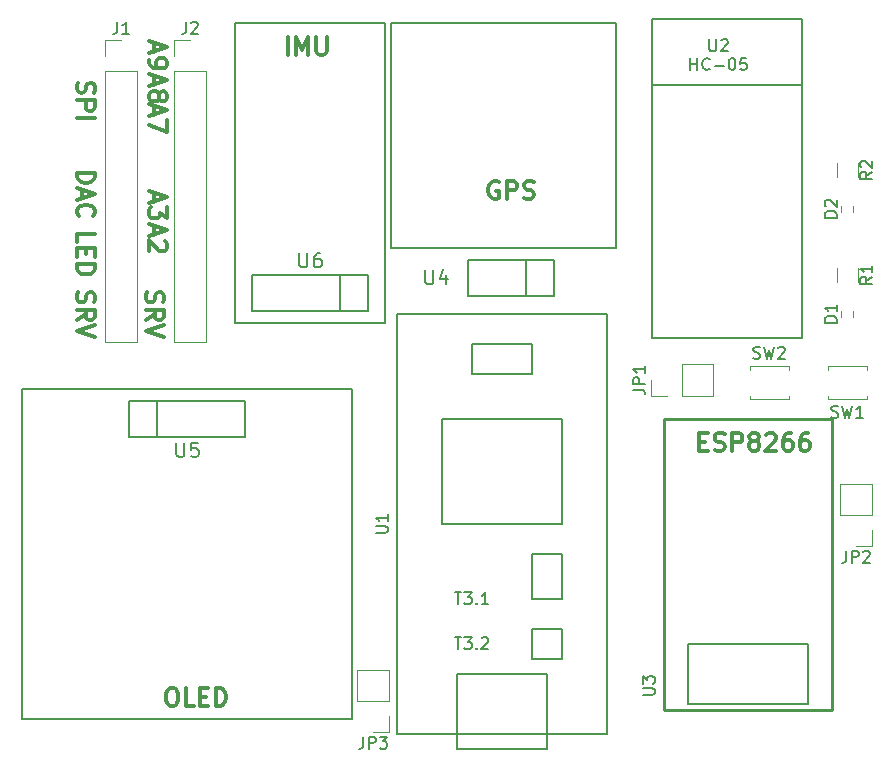
<source format=gbr>
G04 #@! TF.FileFunction,Legend,Top*
%FSLAX46Y46*%
G04 Gerber Fmt 4.6, Leading zero omitted, Abs format (unit mm)*
G04 Created by KiCad (PCBNEW 4.0.7) date 04/18/18 00:39:05*
%MOMM*%
%LPD*%
G01*
G04 APERTURE LIST*
%ADD10C,0.100000*%
%ADD11C,0.300000*%
%ADD12C,0.150000*%
%ADD13C,0.120000*%
%ADD14C,0.254000*%
%ADD15C,0.152400*%
G04 APERTURE END LIST*
D10*
D11*
X117860000Y-77668572D02*
X117860000Y-78382858D01*
X117431429Y-77525715D02*
X118931429Y-78025715D01*
X117431429Y-78525715D01*
X118788571Y-78954286D02*
X118860000Y-79025715D01*
X118931429Y-79168572D01*
X118931429Y-79525715D01*
X118860000Y-79668572D01*
X118788571Y-79740001D01*
X118645714Y-79811429D01*
X118502857Y-79811429D01*
X118288571Y-79740001D01*
X117431429Y-78882858D01*
X117431429Y-79811429D01*
X117860000Y-74874572D02*
X117860000Y-75588858D01*
X117431429Y-74731715D02*
X118931429Y-75231715D01*
X117431429Y-75731715D01*
X118931429Y-76088858D02*
X118931429Y-77017429D01*
X118360000Y-76517429D01*
X118360000Y-76731715D01*
X118288571Y-76874572D01*
X118217143Y-76946001D01*
X118074286Y-77017429D01*
X117717143Y-77017429D01*
X117574286Y-76946001D01*
X117502857Y-76874572D01*
X117431429Y-76731715D01*
X117431429Y-76303143D01*
X117502857Y-76160286D01*
X117574286Y-76088858D01*
X117860000Y-67508572D02*
X117860000Y-68222858D01*
X117431429Y-67365715D02*
X118931429Y-67865715D01*
X117431429Y-68365715D01*
X118931429Y-68722858D02*
X118931429Y-69722858D01*
X117431429Y-69080001D01*
X117860000Y-64968572D02*
X117860000Y-65682858D01*
X117431429Y-64825715D02*
X118931429Y-65325715D01*
X117431429Y-65825715D01*
X118288571Y-66540001D02*
X118360000Y-66397143D01*
X118431429Y-66325715D01*
X118574286Y-66254286D01*
X118645714Y-66254286D01*
X118788571Y-66325715D01*
X118860000Y-66397143D01*
X118931429Y-66540001D01*
X118931429Y-66825715D01*
X118860000Y-66968572D01*
X118788571Y-67040001D01*
X118645714Y-67111429D01*
X118574286Y-67111429D01*
X118431429Y-67040001D01*
X118360000Y-66968572D01*
X118288571Y-66825715D01*
X118288571Y-66540001D01*
X118217143Y-66397143D01*
X118145714Y-66325715D01*
X118002857Y-66254286D01*
X117717143Y-66254286D01*
X117574286Y-66325715D01*
X117502857Y-66397143D01*
X117431429Y-66540001D01*
X117431429Y-66825715D01*
X117502857Y-66968572D01*
X117574286Y-67040001D01*
X117717143Y-67111429D01*
X118002857Y-67111429D01*
X118145714Y-67040001D01*
X118217143Y-66968572D01*
X118288571Y-66825715D01*
X117860000Y-62174572D02*
X117860000Y-62888858D01*
X117431429Y-62031715D02*
X118931429Y-62531715D01*
X117431429Y-63031715D01*
X117431429Y-63603143D02*
X117431429Y-63888858D01*
X117502857Y-64031715D01*
X117574286Y-64103143D01*
X117788571Y-64246001D01*
X118074286Y-64317429D01*
X118645714Y-64317429D01*
X118788571Y-64246001D01*
X118860000Y-64174572D01*
X118931429Y-64031715D01*
X118931429Y-63746001D01*
X118860000Y-63603143D01*
X118788571Y-63531715D01*
X118645714Y-63460286D01*
X118288571Y-63460286D01*
X118145714Y-63531715D01*
X118074286Y-63603143D01*
X118002857Y-63746001D01*
X118002857Y-64031715D01*
X118074286Y-64174572D01*
X118145714Y-64246001D01*
X118288571Y-64317429D01*
X129167143Y-63162571D02*
X129167143Y-61662571D01*
X129881429Y-63162571D02*
X129881429Y-61662571D01*
X130381429Y-62734000D01*
X130881429Y-61662571D01*
X130881429Y-63162571D01*
X131595715Y-61662571D02*
X131595715Y-62876857D01*
X131667143Y-63019714D01*
X131738572Y-63091143D01*
X131881429Y-63162571D01*
X132167143Y-63162571D01*
X132310001Y-63091143D01*
X132381429Y-63019714D01*
X132452858Y-62876857D01*
X132452858Y-61662571D01*
X119233428Y-116780571D02*
X119519142Y-116780571D01*
X119662000Y-116852000D01*
X119804857Y-116994857D01*
X119876285Y-117280571D01*
X119876285Y-117780571D01*
X119804857Y-118066286D01*
X119662000Y-118209143D01*
X119519142Y-118280571D01*
X119233428Y-118280571D01*
X119090571Y-118209143D01*
X118947714Y-118066286D01*
X118876285Y-117780571D01*
X118876285Y-117280571D01*
X118947714Y-116994857D01*
X119090571Y-116852000D01*
X119233428Y-116780571D01*
X121233429Y-118280571D02*
X120519143Y-118280571D01*
X120519143Y-116780571D01*
X121733429Y-117494857D02*
X122233429Y-117494857D01*
X122447715Y-118280571D02*
X121733429Y-118280571D01*
X121733429Y-116780571D01*
X122447715Y-116780571D01*
X123090572Y-118280571D02*
X123090572Y-116780571D01*
X123447715Y-116780571D01*
X123662000Y-116852000D01*
X123804858Y-116994857D01*
X123876286Y-117137714D01*
X123947715Y-117423429D01*
X123947715Y-117637714D01*
X123876286Y-117923429D01*
X123804858Y-118066286D01*
X123662000Y-118209143D01*
X123447715Y-118280571D01*
X123090572Y-118280571D01*
X164013144Y-95904857D02*
X164513144Y-95904857D01*
X164727430Y-96690571D02*
X164013144Y-96690571D01*
X164013144Y-95190571D01*
X164727430Y-95190571D01*
X165298858Y-96619143D02*
X165513144Y-96690571D01*
X165870287Y-96690571D01*
X166013144Y-96619143D01*
X166084573Y-96547714D01*
X166156001Y-96404857D01*
X166156001Y-96262000D01*
X166084573Y-96119143D01*
X166013144Y-96047714D01*
X165870287Y-95976286D01*
X165584573Y-95904857D01*
X165441715Y-95833429D01*
X165370287Y-95762000D01*
X165298858Y-95619143D01*
X165298858Y-95476286D01*
X165370287Y-95333429D01*
X165441715Y-95262000D01*
X165584573Y-95190571D01*
X165941715Y-95190571D01*
X166156001Y-95262000D01*
X166798858Y-96690571D02*
X166798858Y-95190571D01*
X167370286Y-95190571D01*
X167513144Y-95262000D01*
X167584572Y-95333429D01*
X167656001Y-95476286D01*
X167656001Y-95690571D01*
X167584572Y-95833429D01*
X167513144Y-95904857D01*
X167370286Y-95976286D01*
X166798858Y-95976286D01*
X168513144Y-95833429D02*
X168370286Y-95762000D01*
X168298858Y-95690571D01*
X168227429Y-95547714D01*
X168227429Y-95476286D01*
X168298858Y-95333429D01*
X168370286Y-95262000D01*
X168513144Y-95190571D01*
X168798858Y-95190571D01*
X168941715Y-95262000D01*
X169013144Y-95333429D01*
X169084572Y-95476286D01*
X169084572Y-95547714D01*
X169013144Y-95690571D01*
X168941715Y-95762000D01*
X168798858Y-95833429D01*
X168513144Y-95833429D01*
X168370286Y-95904857D01*
X168298858Y-95976286D01*
X168227429Y-96119143D01*
X168227429Y-96404857D01*
X168298858Y-96547714D01*
X168370286Y-96619143D01*
X168513144Y-96690571D01*
X168798858Y-96690571D01*
X168941715Y-96619143D01*
X169013144Y-96547714D01*
X169084572Y-96404857D01*
X169084572Y-96119143D01*
X169013144Y-95976286D01*
X168941715Y-95904857D01*
X168798858Y-95833429D01*
X169656000Y-95333429D02*
X169727429Y-95262000D01*
X169870286Y-95190571D01*
X170227429Y-95190571D01*
X170370286Y-95262000D01*
X170441715Y-95333429D01*
X170513143Y-95476286D01*
X170513143Y-95619143D01*
X170441715Y-95833429D01*
X169584572Y-96690571D01*
X170513143Y-96690571D01*
X171798857Y-95190571D02*
X171513143Y-95190571D01*
X171370286Y-95262000D01*
X171298857Y-95333429D01*
X171156000Y-95547714D01*
X171084571Y-95833429D01*
X171084571Y-96404857D01*
X171156000Y-96547714D01*
X171227428Y-96619143D01*
X171370286Y-96690571D01*
X171656000Y-96690571D01*
X171798857Y-96619143D01*
X171870286Y-96547714D01*
X171941714Y-96404857D01*
X171941714Y-96047714D01*
X171870286Y-95904857D01*
X171798857Y-95833429D01*
X171656000Y-95762000D01*
X171370286Y-95762000D01*
X171227428Y-95833429D01*
X171156000Y-95904857D01*
X171084571Y-96047714D01*
X173227428Y-95190571D02*
X172941714Y-95190571D01*
X172798857Y-95262000D01*
X172727428Y-95333429D01*
X172584571Y-95547714D01*
X172513142Y-95833429D01*
X172513142Y-96404857D01*
X172584571Y-96547714D01*
X172655999Y-96619143D01*
X172798857Y-96690571D01*
X173084571Y-96690571D01*
X173227428Y-96619143D01*
X173298857Y-96547714D01*
X173370285Y-96404857D01*
X173370285Y-96047714D01*
X173298857Y-95904857D01*
X173227428Y-95833429D01*
X173084571Y-95762000D01*
X172798857Y-95762000D01*
X172655999Y-95833429D01*
X172584571Y-95904857D01*
X172513142Y-96047714D01*
X147010572Y-73926000D02*
X146867715Y-73854571D01*
X146653429Y-73854571D01*
X146439144Y-73926000D01*
X146296286Y-74068857D01*
X146224858Y-74211714D01*
X146153429Y-74497429D01*
X146153429Y-74711714D01*
X146224858Y-74997429D01*
X146296286Y-75140286D01*
X146439144Y-75283143D01*
X146653429Y-75354571D01*
X146796286Y-75354571D01*
X147010572Y-75283143D01*
X147082001Y-75211714D01*
X147082001Y-74711714D01*
X146796286Y-74711714D01*
X147724858Y-75354571D02*
X147724858Y-73854571D01*
X148296286Y-73854571D01*
X148439144Y-73926000D01*
X148510572Y-73997429D01*
X148582001Y-74140286D01*
X148582001Y-74354571D01*
X148510572Y-74497429D01*
X148439144Y-74568857D01*
X148296286Y-74640286D01*
X147724858Y-74640286D01*
X149153429Y-75283143D02*
X149367715Y-75354571D01*
X149724858Y-75354571D01*
X149867715Y-75283143D01*
X149939144Y-75211714D01*
X150010572Y-75068857D01*
X150010572Y-74926000D01*
X149939144Y-74783143D01*
X149867715Y-74711714D01*
X149724858Y-74640286D01*
X149439144Y-74568857D01*
X149296286Y-74497429D01*
X149224858Y-74426000D01*
X149153429Y-74283143D01*
X149153429Y-74140286D01*
X149224858Y-73997429D01*
X149296286Y-73926000D01*
X149439144Y-73854571D01*
X149796286Y-73854571D01*
X150010572Y-73926000D01*
X117248857Y-83268572D02*
X117177429Y-83482858D01*
X117177429Y-83840001D01*
X117248857Y-83982858D01*
X117320286Y-84054287D01*
X117463143Y-84125715D01*
X117606000Y-84125715D01*
X117748857Y-84054287D01*
X117820286Y-83982858D01*
X117891714Y-83840001D01*
X117963143Y-83554287D01*
X118034571Y-83411429D01*
X118106000Y-83340001D01*
X118248857Y-83268572D01*
X118391714Y-83268572D01*
X118534571Y-83340001D01*
X118606000Y-83411429D01*
X118677429Y-83554287D01*
X118677429Y-83911429D01*
X118606000Y-84125715D01*
X117177429Y-85625715D02*
X117891714Y-85125715D01*
X117177429Y-84768572D02*
X118677429Y-84768572D01*
X118677429Y-85340000D01*
X118606000Y-85482858D01*
X118534571Y-85554286D01*
X118391714Y-85625715D01*
X118177429Y-85625715D01*
X118034571Y-85554286D01*
X117963143Y-85482858D01*
X117891714Y-85340000D01*
X117891714Y-84768572D01*
X118677429Y-86054286D02*
X117177429Y-86554286D01*
X118677429Y-87054286D01*
X111406857Y-83268572D02*
X111335429Y-83482858D01*
X111335429Y-83840001D01*
X111406857Y-83982858D01*
X111478286Y-84054287D01*
X111621143Y-84125715D01*
X111764000Y-84125715D01*
X111906857Y-84054287D01*
X111978286Y-83982858D01*
X112049714Y-83840001D01*
X112121143Y-83554287D01*
X112192571Y-83411429D01*
X112264000Y-83340001D01*
X112406857Y-83268572D01*
X112549714Y-83268572D01*
X112692571Y-83340001D01*
X112764000Y-83411429D01*
X112835429Y-83554287D01*
X112835429Y-83911429D01*
X112764000Y-84125715D01*
X111335429Y-85625715D02*
X112049714Y-85125715D01*
X111335429Y-84768572D02*
X112835429Y-84768572D01*
X112835429Y-85340000D01*
X112764000Y-85482858D01*
X112692571Y-85554286D01*
X112549714Y-85625715D01*
X112335429Y-85625715D01*
X112192571Y-85554286D01*
X112121143Y-85482858D01*
X112049714Y-85340000D01*
X112049714Y-84768572D01*
X112835429Y-86054286D02*
X111335429Y-86554286D01*
X112835429Y-87054286D01*
X111335429Y-79045715D02*
X111335429Y-78331429D01*
X112835429Y-78331429D01*
X112121143Y-79545715D02*
X112121143Y-80045715D01*
X111335429Y-80260001D02*
X111335429Y-79545715D01*
X112835429Y-79545715D01*
X112835429Y-80260001D01*
X111335429Y-80902858D02*
X112835429Y-80902858D01*
X112835429Y-81260001D01*
X112764000Y-81474286D01*
X112621143Y-81617144D01*
X112478286Y-81688572D01*
X112192571Y-81760001D01*
X111978286Y-81760001D01*
X111692571Y-81688572D01*
X111549714Y-81617144D01*
X111406857Y-81474286D01*
X111335429Y-81260001D01*
X111335429Y-80902858D01*
X111335429Y-73144286D02*
X112835429Y-73144286D01*
X112835429Y-73501429D01*
X112764000Y-73715714D01*
X112621143Y-73858572D01*
X112478286Y-73930000D01*
X112192571Y-74001429D01*
X111978286Y-74001429D01*
X111692571Y-73930000D01*
X111549714Y-73858572D01*
X111406857Y-73715714D01*
X111335429Y-73501429D01*
X111335429Y-73144286D01*
X111764000Y-74572857D02*
X111764000Y-75287143D01*
X111335429Y-74430000D02*
X112835429Y-74930000D01*
X111335429Y-75430000D01*
X111478286Y-76787143D02*
X111406857Y-76715714D01*
X111335429Y-76501428D01*
X111335429Y-76358571D01*
X111406857Y-76144286D01*
X111549714Y-76001428D01*
X111692571Y-75930000D01*
X111978286Y-75858571D01*
X112192571Y-75858571D01*
X112478286Y-75930000D01*
X112621143Y-76001428D01*
X112764000Y-76144286D01*
X112835429Y-76358571D01*
X112835429Y-76501428D01*
X112764000Y-76715714D01*
X112692571Y-76787143D01*
X111406857Y-65520286D02*
X111335429Y-65734572D01*
X111335429Y-66091715D01*
X111406857Y-66234572D01*
X111478286Y-66306001D01*
X111621143Y-66377429D01*
X111764000Y-66377429D01*
X111906857Y-66306001D01*
X111978286Y-66234572D01*
X112049714Y-66091715D01*
X112121143Y-65806001D01*
X112192571Y-65663143D01*
X112264000Y-65591715D01*
X112406857Y-65520286D01*
X112549714Y-65520286D01*
X112692571Y-65591715D01*
X112764000Y-65663143D01*
X112835429Y-65806001D01*
X112835429Y-66163143D01*
X112764000Y-66377429D01*
X111335429Y-67020286D02*
X112835429Y-67020286D01*
X112835429Y-67591714D01*
X112764000Y-67734572D01*
X112692571Y-67806000D01*
X112549714Y-67877429D01*
X112335429Y-67877429D01*
X112192571Y-67806000D01*
X112121143Y-67734572D01*
X112049714Y-67591714D01*
X112049714Y-67020286D01*
X111335429Y-68520286D02*
X112835429Y-68520286D01*
D12*
X139192000Y-60452000D02*
X137922000Y-60452000D01*
X156972000Y-79502000D02*
X156972000Y-73152000D01*
X139192000Y-79502000D02*
X137922000Y-79502000D01*
X137922000Y-79502000D02*
X137922000Y-73152000D01*
X156972000Y-71882000D02*
X156972000Y-60452000D01*
X156972000Y-60452000D02*
X139192000Y-60452000D01*
X137922000Y-60452000D02*
X137922000Y-71882000D01*
X137922000Y-71882000D02*
X137922000Y-73152000D01*
X139192000Y-79502000D02*
X156972000Y-79502000D01*
X156972000Y-73152000D02*
X156972000Y-71882000D01*
X151722000Y-83542000D02*
X144442000Y-83542000D01*
X144442000Y-83542000D02*
X144442000Y-80542000D01*
X144442000Y-80542000D02*
X151722000Y-80542000D01*
X151722000Y-80542000D02*
X151722000Y-83542000D01*
X149352000Y-83542000D02*
X149352000Y-80542000D01*
D13*
X175650000Y-82388000D02*
X175650000Y-81188000D01*
X177410000Y-81188000D02*
X177410000Y-82388000D01*
X175650000Y-73498000D02*
X175650000Y-72298000D01*
X177410000Y-72298000D02*
X177410000Y-73498000D01*
D12*
X151130000Y-120650000D02*
X151130000Y-121920000D01*
X151130000Y-121920000D02*
X143510000Y-121920000D01*
X143510000Y-121920000D02*
X143510000Y-120650000D01*
X152400000Y-109220000D02*
X152400000Y-105410000D01*
X152400000Y-105410000D02*
X149860000Y-105410000D01*
X149860000Y-105410000D02*
X149860000Y-109220000D01*
X149860000Y-109220000D02*
X152400000Y-109220000D01*
X151130000Y-115570000D02*
X143510000Y-115570000D01*
X143510000Y-115570000D02*
X143510000Y-120650000D01*
X151130000Y-115570000D02*
X151130000Y-120650000D01*
X152400000Y-114300000D02*
X152400000Y-111760000D01*
X152400000Y-111760000D02*
X149860000Y-111760000D01*
X149860000Y-111760000D02*
X149860000Y-114300000D01*
X149860000Y-114300000D02*
X152400000Y-114300000D01*
X144780000Y-87630000D02*
X149860000Y-87630000D01*
X149860000Y-87630000D02*
X149860000Y-90170000D01*
X149860000Y-90170000D02*
X144780000Y-90170000D01*
X144780000Y-90170000D02*
X144780000Y-87630000D01*
X152400000Y-93980000D02*
X142240000Y-93980000D01*
X142240000Y-102870000D02*
X152400000Y-102870000D01*
X142240000Y-93980000D02*
X142240000Y-102870000D01*
X152400000Y-93980000D02*
X152400000Y-102870000D01*
X138430000Y-120650000D02*
X138430000Y-85090000D01*
X138430000Y-85090000D02*
X156210000Y-85090000D01*
X156210000Y-85090000D02*
X156210000Y-120650000D01*
X156210000Y-120650000D02*
X138430000Y-120650000D01*
X160020000Y-65698000D02*
X172720000Y-65698000D01*
X160020000Y-60098000D02*
X160020000Y-87098000D01*
X160020000Y-87098000D02*
X172720000Y-87098000D01*
X172720000Y-87098000D02*
X172720000Y-60098000D01*
X160020000Y-60098000D02*
X172720000Y-60098000D01*
D14*
X161036000Y-118618000D02*
X161036000Y-93980000D01*
X161036000Y-93980000D02*
X175260000Y-93980000D01*
X175260000Y-93980000D02*
X175260000Y-118618000D01*
X175260000Y-118618000D02*
X161036000Y-118618000D01*
D15*
X163068000Y-115570000D02*
X163068000Y-118110000D01*
X163068000Y-118110000D02*
X165608000Y-118110000D01*
X165608000Y-118110000D02*
X173228000Y-118110000D01*
X173228000Y-118110000D02*
X173228000Y-113030000D01*
X173228000Y-113030000D02*
X163068000Y-113030000D01*
X163068000Y-113030000D02*
X163068000Y-115570000D01*
D13*
X176000000Y-84840000D02*
X176000000Y-85340000D01*
X177060000Y-85340000D02*
X177060000Y-84840000D01*
X176000000Y-75950000D02*
X176000000Y-76450000D01*
X177060000Y-76450000D02*
X177060000Y-75950000D01*
D12*
X106680000Y-119380000D02*
X134620000Y-119380000D01*
X134620000Y-119380000D02*
X134620000Y-91440000D01*
X134620000Y-91440000D02*
X106680000Y-91440000D01*
X106680000Y-91440000D02*
X106680000Y-119380000D01*
X115740000Y-92480000D02*
X125560000Y-92480000D01*
X125560000Y-92480000D02*
X125560000Y-95480000D01*
X125560000Y-95480000D02*
X115740000Y-95480000D01*
X115740000Y-95480000D02*
X115740000Y-92480000D01*
X118110000Y-92480000D02*
X118110000Y-95480000D01*
X137414000Y-62992000D02*
X137414000Y-60452000D01*
X137414000Y-60452000D02*
X124714000Y-60452000D01*
X124714000Y-60452000D02*
X124714000Y-62992000D01*
X137414000Y-85852000D02*
X124714000Y-85852000D01*
X124714000Y-85852000D02*
X124714000Y-62992000D01*
X137414000Y-62992000D02*
X137414000Y-85852000D01*
X135974000Y-84812000D02*
X126154000Y-84812000D01*
X126154000Y-84812000D02*
X126154000Y-81812000D01*
X126154000Y-81812000D02*
X135974000Y-81812000D01*
X135974000Y-81812000D02*
X135974000Y-84812000D01*
X133604000Y-84812000D02*
X133604000Y-81812000D01*
D13*
X113732000Y-87436000D02*
X116392000Y-87436000D01*
X113732000Y-64516000D02*
X113732000Y-87436000D01*
X116392000Y-64516000D02*
X116392000Y-87436000D01*
X113732000Y-64516000D02*
X116392000Y-64516000D01*
X113732000Y-63246000D02*
X113732000Y-61916000D01*
X113732000Y-61916000D02*
X115062000Y-61916000D01*
X119574000Y-87436000D02*
X122234000Y-87436000D01*
X119574000Y-64516000D02*
X119574000Y-87436000D01*
X122234000Y-64516000D02*
X122234000Y-87436000D01*
X119574000Y-64516000D02*
X122234000Y-64516000D01*
X119574000Y-63246000D02*
X119574000Y-61916000D01*
X119574000Y-61916000D02*
X120904000Y-61916000D01*
X165160000Y-92008000D02*
X165160000Y-89348000D01*
X162560000Y-92008000D02*
X165160000Y-92008000D01*
X162560000Y-89348000D02*
X165160000Y-89348000D01*
X162560000Y-92008000D02*
X162560000Y-89348000D01*
X161290000Y-92008000D02*
X159960000Y-92008000D01*
X159960000Y-92008000D02*
X159960000Y-90678000D01*
X178622000Y-99508000D02*
X175962000Y-99508000D01*
X178622000Y-102108000D02*
X178622000Y-99508000D01*
X175962000Y-102108000D02*
X175962000Y-99508000D01*
X178622000Y-102108000D02*
X175962000Y-102108000D01*
X178622000Y-103378000D02*
X178622000Y-104708000D01*
X178622000Y-104708000D02*
X177292000Y-104708000D01*
X137728000Y-115256000D02*
X135068000Y-115256000D01*
X137728000Y-117856000D02*
X137728000Y-115256000D01*
X135068000Y-117856000D02*
X135068000Y-115256000D01*
X137728000Y-117856000D02*
X135068000Y-117856000D01*
X137728000Y-119126000D02*
X137728000Y-120456000D01*
X137728000Y-120456000D02*
X136398000Y-120456000D01*
X178180000Y-89832000D02*
X178180000Y-89532000D01*
X178180000Y-89532000D02*
X174880000Y-89532000D01*
X174880000Y-89532000D02*
X174880000Y-89832000D01*
X178180000Y-92032000D02*
X178180000Y-92332000D01*
X178180000Y-92332000D02*
X174880000Y-92332000D01*
X174880000Y-92332000D02*
X174880000Y-92032000D01*
X168276000Y-92032000D02*
X168276000Y-92332000D01*
X168276000Y-92332000D02*
X171576000Y-92332000D01*
X171576000Y-92332000D02*
X171576000Y-92032000D01*
X168276000Y-89832000D02*
X168276000Y-89532000D01*
X168276000Y-89532000D02*
X171576000Y-89532000D01*
X171576000Y-89532000D02*
X171576000Y-89832000D01*
D12*
X140817714Y-81384857D02*
X140817714Y-82356286D01*
X140874857Y-82470571D01*
X140932000Y-82527714D01*
X141046286Y-82584857D01*
X141274857Y-82584857D01*
X141389143Y-82527714D01*
X141446286Y-82470571D01*
X141503429Y-82356286D01*
X141503429Y-81384857D01*
X142589143Y-81784857D02*
X142589143Y-82584857D01*
X142303429Y-81327714D02*
X142017714Y-82184857D01*
X142760572Y-82184857D01*
X178632381Y-81954666D02*
X178156190Y-82288000D01*
X178632381Y-82526095D02*
X177632381Y-82526095D01*
X177632381Y-82145142D01*
X177680000Y-82049904D01*
X177727619Y-82002285D01*
X177822857Y-81954666D01*
X177965714Y-81954666D01*
X178060952Y-82002285D01*
X178108571Y-82049904D01*
X178156190Y-82145142D01*
X178156190Y-82526095D01*
X178632381Y-81002285D02*
X178632381Y-81573714D01*
X178632381Y-81288000D02*
X177632381Y-81288000D01*
X177775238Y-81383238D01*
X177870476Y-81478476D01*
X177918095Y-81573714D01*
X178632381Y-73064666D02*
X178156190Y-73398000D01*
X178632381Y-73636095D02*
X177632381Y-73636095D01*
X177632381Y-73255142D01*
X177680000Y-73159904D01*
X177727619Y-73112285D01*
X177822857Y-73064666D01*
X177965714Y-73064666D01*
X178060952Y-73112285D01*
X178108571Y-73159904D01*
X178156190Y-73255142D01*
X178156190Y-73636095D01*
X177727619Y-72683714D02*
X177680000Y-72636095D01*
X177632381Y-72540857D01*
X177632381Y-72302761D01*
X177680000Y-72207523D01*
X177727619Y-72159904D01*
X177822857Y-72112285D01*
X177918095Y-72112285D01*
X178060952Y-72159904D01*
X178632381Y-72731333D01*
X178632381Y-72112285D01*
X136612381Y-103631905D02*
X137421905Y-103631905D01*
X137517143Y-103584286D01*
X137564762Y-103536667D01*
X137612381Y-103441429D01*
X137612381Y-103250952D01*
X137564762Y-103155714D01*
X137517143Y-103108095D01*
X137421905Y-103060476D01*
X136612381Y-103060476D01*
X137612381Y-102060476D02*
X137612381Y-102631905D01*
X137612381Y-102346191D02*
X136612381Y-102346191D01*
X136755238Y-102441429D01*
X136850476Y-102536667D01*
X136898095Y-102631905D01*
X143303810Y-112482381D02*
X143875239Y-112482381D01*
X143589524Y-113482381D02*
X143589524Y-112482381D01*
X144113334Y-112482381D02*
X144732382Y-112482381D01*
X144399048Y-112863333D01*
X144541906Y-112863333D01*
X144637144Y-112910952D01*
X144684763Y-112958571D01*
X144732382Y-113053810D01*
X144732382Y-113291905D01*
X144684763Y-113387143D01*
X144637144Y-113434762D01*
X144541906Y-113482381D01*
X144256191Y-113482381D01*
X144160953Y-113434762D01*
X144113334Y-113387143D01*
X145160953Y-113387143D02*
X145208572Y-113434762D01*
X145160953Y-113482381D01*
X145113334Y-113434762D01*
X145160953Y-113387143D01*
X145160953Y-113482381D01*
X145589524Y-112577619D02*
X145637143Y-112530000D01*
X145732381Y-112482381D01*
X145970477Y-112482381D01*
X146065715Y-112530000D01*
X146113334Y-112577619D01*
X146160953Y-112672857D01*
X146160953Y-112768095D01*
X146113334Y-112910952D01*
X145541905Y-113482381D01*
X146160953Y-113482381D01*
X143303810Y-108672381D02*
X143875239Y-108672381D01*
X143589524Y-109672381D02*
X143589524Y-108672381D01*
X144113334Y-108672381D02*
X144732382Y-108672381D01*
X144399048Y-109053333D01*
X144541906Y-109053333D01*
X144637144Y-109100952D01*
X144684763Y-109148571D01*
X144732382Y-109243810D01*
X144732382Y-109481905D01*
X144684763Y-109577143D01*
X144637144Y-109624762D01*
X144541906Y-109672381D01*
X144256191Y-109672381D01*
X144160953Y-109624762D01*
X144113334Y-109577143D01*
X145160953Y-109577143D02*
X145208572Y-109624762D01*
X145160953Y-109672381D01*
X145113334Y-109624762D01*
X145160953Y-109577143D01*
X145160953Y-109672381D01*
X146160953Y-109672381D02*
X145589524Y-109672381D01*
X145875238Y-109672381D02*
X145875238Y-108672381D01*
X145780000Y-108815238D01*
X145684762Y-108910476D01*
X145589524Y-108958095D01*
X164858095Y-61850381D02*
X164858095Y-62659905D01*
X164905714Y-62755143D01*
X164953333Y-62802762D01*
X165048571Y-62850381D01*
X165239048Y-62850381D01*
X165334286Y-62802762D01*
X165381905Y-62755143D01*
X165429524Y-62659905D01*
X165429524Y-61850381D01*
X165858095Y-61945619D02*
X165905714Y-61898000D01*
X166000952Y-61850381D01*
X166239048Y-61850381D01*
X166334286Y-61898000D01*
X166381905Y-61945619D01*
X166429524Y-62040857D01*
X166429524Y-62136095D01*
X166381905Y-62278952D01*
X165810476Y-62850381D01*
X166429524Y-62850381D01*
X163262857Y-64450381D02*
X163262857Y-63450381D01*
X163262857Y-63926571D02*
X163834286Y-63926571D01*
X163834286Y-64450381D02*
X163834286Y-63450381D01*
X164881905Y-64355143D02*
X164834286Y-64402762D01*
X164691429Y-64450381D01*
X164596191Y-64450381D01*
X164453333Y-64402762D01*
X164358095Y-64307524D01*
X164310476Y-64212286D01*
X164262857Y-64021810D01*
X164262857Y-63878952D01*
X164310476Y-63688476D01*
X164358095Y-63593238D01*
X164453333Y-63498000D01*
X164596191Y-63450381D01*
X164691429Y-63450381D01*
X164834286Y-63498000D01*
X164881905Y-63545619D01*
X165310476Y-64069429D02*
X166072381Y-64069429D01*
X166739047Y-63450381D02*
X166834286Y-63450381D01*
X166929524Y-63498000D01*
X166977143Y-63545619D01*
X167024762Y-63640857D01*
X167072381Y-63831333D01*
X167072381Y-64069429D01*
X167024762Y-64259905D01*
X166977143Y-64355143D01*
X166929524Y-64402762D01*
X166834286Y-64450381D01*
X166739047Y-64450381D01*
X166643809Y-64402762D01*
X166596190Y-64355143D01*
X166548571Y-64259905D01*
X166500952Y-64069429D01*
X166500952Y-63831333D01*
X166548571Y-63640857D01*
X166596190Y-63545619D01*
X166643809Y-63498000D01*
X166739047Y-63450381D01*
X167977143Y-63450381D02*
X167500952Y-63450381D01*
X167453333Y-63926571D01*
X167500952Y-63878952D01*
X167596190Y-63831333D01*
X167834286Y-63831333D01*
X167929524Y-63878952D01*
X167977143Y-63926571D01*
X168024762Y-64021810D01*
X168024762Y-64259905D01*
X167977143Y-64355143D01*
X167929524Y-64402762D01*
X167834286Y-64450381D01*
X167596190Y-64450381D01*
X167500952Y-64402762D01*
X167453333Y-64355143D01*
X159218381Y-117347905D02*
X160027905Y-117347905D01*
X160123143Y-117300286D01*
X160170762Y-117252667D01*
X160218381Y-117157429D01*
X160218381Y-116966952D01*
X160170762Y-116871714D01*
X160123143Y-116824095D01*
X160027905Y-116776476D01*
X159218381Y-116776476D01*
X159218381Y-116395524D02*
X159218381Y-115776476D01*
X159599333Y-116109810D01*
X159599333Y-115966952D01*
X159646952Y-115871714D01*
X159694571Y-115824095D01*
X159789810Y-115776476D01*
X160027905Y-115776476D01*
X160123143Y-115824095D01*
X160170762Y-115871714D01*
X160218381Y-115966952D01*
X160218381Y-116252667D01*
X160170762Y-116347905D01*
X160123143Y-116395524D01*
X175632381Y-85828095D02*
X174632381Y-85828095D01*
X174632381Y-85590000D01*
X174680000Y-85447142D01*
X174775238Y-85351904D01*
X174870476Y-85304285D01*
X175060952Y-85256666D01*
X175203810Y-85256666D01*
X175394286Y-85304285D01*
X175489524Y-85351904D01*
X175584762Y-85447142D01*
X175632381Y-85590000D01*
X175632381Y-85828095D01*
X175632381Y-84304285D02*
X175632381Y-84875714D01*
X175632381Y-84590000D02*
X174632381Y-84590000D01*
X174775238Y-84685238D01*
X174870476Y-84780476D01*
X174918095Y-84875714D01*
X175632381Y-76938095D02*
X174632381Y-76938095D01*
X174632381Y-76700000D01*
X174680000Y-76557142D01*
X174775238Y-76461904D01*
X174870476Y-76414285D01*
X175060952Y-76366666D01*
X175203810Y-76366666D01*
X175394286Y-76414285D01*
X175489524Y-76461904D01*
X175584762Y-76557142D01*
X175632381Y-76700000D01*
X175632381Y-76938095D01*
X174727619Y-75985714D02*
X174680000Y-75938095D01*
X174632381Y-75842857D01*
X174632381Y-75604761D01*
X174680000Y-75509523D01*
X174727619Y-75461904D01*
X174822857Y-75414285D01*
X174918095Y-75414285D01*
X175060952Y-75461904D01*
X175632381Y-76033333D01*
X175632381Y-75414285D01*
X119735714Y-96022857D02*
X119735714Y-96994286D01*
X119792857Y-97108571D01*
X119850000Y-97165714D01*
X119964286Y-97222857D01*
X120192857Y-97222857D01*
X120307143Y-97165714D01*
X120364286Y-97108571D01*
X120421429Y-96994286D01*
X120421429Y-96022857D01*
X121564286Y-96022857D02*
X120992857Y-96022857D01*
X120935714Y-96594286D01*
X120992857Y-96537143D01*
X121107143Y-96480000D01*
X121392857Y-96480000D01*
X121507143Y-96537143D01*
X121564286Y-96594286D01*
X121621429Y-96708571D01*
X121621429Y-96994286D01*
X121564286Y-97108571D01*
X121507143Y-97165714D01*
X121392857Y-97222857D01*
X121107143Y-97222857D01*
X120992857Y-97165714D01*
X120935714Y-97108571D01*
X130149714Y-79954857D02*
X130149714Y-80926286D01*
X130206857Y-81040571D01*
X130264000Y-81097714D01*
X130378286Y-81154857D01*
X130606857Y-81154857D01*
X130721143Y-81097714D01*
X130778286Y-81040571D01*
X130835429Y-80926286D01*
X130835429Y-79954857D01*
X131921143Y-79954857D02*
X131692572Y-79954857D01*
X131578286Y-80012000D01*
X131521143Y-80069143D01*
X131406857Y-80240571D01*
X131349714Y-80469143D01*
X131349714Y-80926286D01*
X131406857Y-81040571D01*
X131464000Y-81097714D01*
X131578286Y-81154857D01*
X131806857Y-81154857D01*
X131921143Y-81097714D01*
X131978286Y-81040571D01*
X132035429Y-80926286D01*
X132035429Y-80640571D01*
X131978286Y-80526286D01*
X131921143Y-80469143D01*
X131806857Y-80412000D01*
X131578286Y-80412000D01*
X131464000Y-80469143D01*
X131406857Y-80526286D01*
X131349714Y-80640571D01*
X114728667Y-60368381D02*
X114728667Y-61082667D01*
X114681047Y-61225524D01*
X114585809Y-61320762D01*
X114442952Y-61368381D01*
X114347714Y-61368381D01*
X115728667Y-61368381D02*
X115157238Y-61368381D01*
X115442952Y-61368381D02*
X115442952Y-60368381D01*
X115347714Y-60511238D01*
X115252476Y-60606476D01*
X115157238Y-60654095D01*
X120570667Y-60368381D02*
X120570667Y-61082667D01*
X120523047Y-61225524D01*
X120427809Y-61320762D01*
X120284952Y-61368381D01*
X120189714Y-61368381D01*
X120999238Y-60463619D02*
X121046857Y-60416000D01*
X121142095Y-60368381D01*
X121380191Y-60368381D01*
X121475429Y-60416000D01*
X121523048Y-60463619D01*
X121570667Y-60558857D01*
X121570667Y-60654095D01*
X121523048Y-60796952D01*
X120951619Y-61368381D01*
X121570667Y-61368381D01*
X158412381Y-91511333D02*
X159126667Y-91511333D01*
X159269524Y-91558953D01*
X159364762Y-91654191D01*
X159412381Y-91797048D01*
X159412381Y-91892286D01*
X159412381Y-91035143D02*
X158412381Y-91035143D01*
X158412381Y-90654190D01*
X158460000Y-90558952D01*
X158507619Y-90511333D01*
X158602857Y-90463714D01*
X158745714Y-90463714D01*
X158840952Y-90511333D01*
X158888571Y-90558952D01*
X158936190Y-90654190D01*
X158936190Y-91035143D01*
X159412381Y-89511333D02*
X159412381Y-90082762D01*
X159412381Y-89797048D02*
X158412381Y-89797048D01*
X158555238Y-89892286D01*
X158650476Y-89987524D01*
X158698095Y-90082762D01*
X176458667Y-105160381D02*
X176458667Y-105874667D01*
X176411047Y-106017524D01*
X176315809Y-106112762D01*
X176172952Y-106160381D01*
X176077714Y-106160381D01*
X176934857Y-106160381D02*
X176934857Y-105160381D01*
X177315810Y-105160381D01*
X177411048Y-105208000D01*
X177458667Y-105255619D01*
X177506286Y-105350857D01*
X177506286Y-105493714D01*
X177458667Y-105588952D01*
X177411048Y-105636571D01*
X177315810Y-105684190D01*
X176934857Y-105684190D01*
X177887238Y-105255619D02*
X177934857Y-105208000D01*
X178030095Y-105160381D01*
X178268191Y-105160381D01*
X178363429Y-105208000D01*
X178411048Y-105255619D01*
X178458667Y-105350857D01*
X178458667Y-105446095D01*
X178411048Y-105588952D01*
X177839619Y-106160381D01*
X178458667Y-106160381D01*
X135564667Y-120908381D02*
X135564667Y-121622667D01*
X135517047Y-121765524D01*
X135421809Y-121860762D01*
X135278952Y-121908381D01*
X135183714Y-121908381D01*
X136040857Y-121908381D02*
X136040857Y-120908381D01*
X136421810Y-120908381D01*
X136517048Y-120956000D01*
X136564667Y-121003619D01*
X136612286Y-121098857D01*
X136612286Y-121241714D01*
X136564667Y-121336952D01*
X136517048Y-121384571D01*
X136421810Y-121432190D01*
X136040857Y-121432190D01*
X136945619Y-120908381D02*
X137564667Y-120908381D01*
X137231333Y-121289333D01*
X137374191Y-121289333D01*
X137469429Y-121336952D01*
X137517048Y-121384571D01*
X137564667Y-121479810D01*
X137564667Y-121717905D01*
X137517048Y-121813143D01*
X137469429Y-121860762D01*
X137374191Y-121908381D01*
X137088476Y-121908381D01*
X136993238Y-121860762D01*
X136945619Y-121813143D01*
X175196667Y-93836762D02*
X175339524Y-93884381D01*
X175577620Y-93884381D01*
X175672858Y-93836762D01*
X175720477Y-93789143D01*
X175768096Y-93693905D01*
X175768096Y-93598667D01*
X175720477Y-93503429D01*
X175672858Y-93455810D01*
X175577620Y-93408190D01*
X175387143Y-93360571D01*
X175291905Y-93312952D01*
X175244286Y-93265333D01*
X175196667Y-93170095D01*
X175196667Y-93074857D01*
X175244286Y-92979619D01*
X175291905Y-92932000D01*
X175387143Y-92884381D01*
X175625239Y-92884381D01*
X175768096Y-92932000D01*
X176101429Y-92884381D02*
X176339524Y-93884381D01*
X176530001Y-93170095D01*
X176720477Y-93884381D01*
X176958572Y-92884381D01*
X177863334Y-93884381D02*
X177291905Y-93884381D01*
X177577619Y-93884381D02*
X177577619Y-92884381D01*
X177482381Y-93027238D01*
X177387143Y-93122476D01*
X177291905Y-93170095D01*
X168592667Y-88836762D02*
X168735524Y-88884381D01*
X168973620Y-88884381D01*
X169068858Y-88836762D01*
X169116477Y-88789143D01*
X169164096Y-88693905D01*
X169164096Y-88598667D01*
X169116477Y-88503429D01*
X169068858Y-88455810D01*
X168973620Y-88408190D01*
X168783143Y-88360571D01*
X168687905Y-88312952D01*
X168640286Y-88265333D01*
X168592667Y-88170095D01*
X168592667Y-88074857D01*
X168640286Y-87979619D01*
X168687905Y-87932000D01*
X168783143Y-87884381D01*
X169021239Y-87884381D01*
X169164096Y-87932000D01*
X169497429Y-87884381D02*
X169735524Y-88884381D01*
X169926001Y-88170095D01*
X170116477Y-88884381D01*
X170354572Y-87884381D01*
X170687905Y-87979619D02*
X170735524Y-87932000D01*
X170830762Y-87884381D01*
X171068858Y-87884381D01*
X171164096Y-87932000D01*
X171211715Y-87979619D01*
X171259334Y-88074857D01*
X171259334Y-88170095D01*
X171211715Y-88312952D01*
X170640286Y-88884381D01*
X171259334Y-88884381D01*
M02*

</source>
